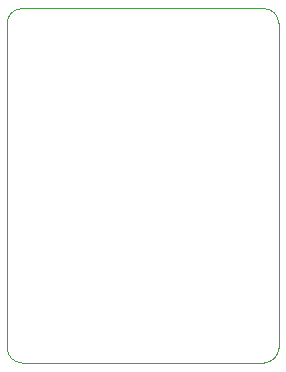
<source format=gbr>
%TF.GenerationSoftware,KiCad,Pcbnew,8.0.7*%
%TF.CreationDate,2024-12-10T14:46:16+07:00*%
%TF.ProjectId,CH551G_DEVKIT_V0,43483535-3147-45f4-9445-564b49545f56,rev?*%
%TF.SameCoordinates,Original*%
%TF.FileFunction,Profile,NP*%
%FSLAX46Y46*%
G04 Gerber Fmt 4.6, Leading zero omitted, Abs format (unit mm)*
G04 Created by KiCad (PCBNEW 8.0.7) date 2024-12-10 14:46:16*
%MOMM*%
%LPD*%
G01*
G04 APERTURE LIST*
%TA.AperFunction,Profile*%
%ADD10C,0.050000*%
%TD*%
G04 APERTURE END LIST*
D10*
X182626000Y-105133200D02*
X182626000Y-77673200D01*
X205626000Y-105133200D02*
G75*
G02*
X204356000Y-106403200I-1270000J0D01*
G01*
X204356000Y-106403200D02*
X183896000Y-106403200D01*
X183896000Y-76403200D02*
X204356000Y-76403200D01*
X182626000Y-77673200D02*
G75*
G02*
X183896000Y-76403200I1270000J0D01*
G01*
X204356000Y-76403200D02*
G75*
G02*
X205626000Y-77673200I0J-1270000D01*
G01*
X183896000Y-106403200D02*
G75*
G02*
X182626000Y-105133200I0J1270000D01*
G01*
X205626000Y-77673200D02*
X205626000Y-105133200D01*
M02*

</source>
